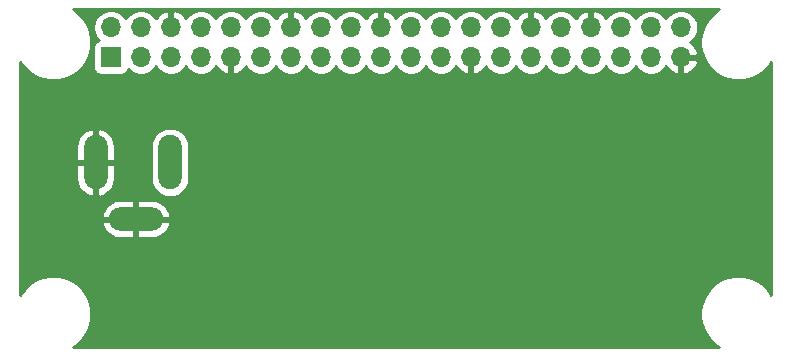
<source format=gbl>
G04 #@! TF.GenerationSoftware,KiCad,Pcbnew,(5.1.10)-1*
G04 #@! TF.CreationDate,2021-09-06T14:57:21-05:00*
G04 #@! TF.ProjectId,RGBHat,52474248-6174-42e6-9b69-6361645f7063,1.0*
G04 #@! TF.SameCoordinates,Original*
G04 #@! TF.FileFunction,Copper,L2,Bot*
G04 #@! TF.FilePolarity,Positive*
%FSLAX46Y46*%
G04 Gerber Fmt 4.6, Leading zero omitted, Abs format (unit mm)*
G04 Created by KiCad (PCBNEW (5.1.10)-1) date 2021-09-06 14:57:21*
%MOMM*%
%LPD*%
G01*
G04 APERTURE LIST*
G04 #@! TA.AperFunction,ComponentPad*
%ADD10O,4.600000X2.000000*%
G04 #@! TD*
G04 #@! TA.AperFunction,ComponentPad*
%ADD11O,2.000000X4.600000*%
G04 #@! TD*
G04 #@! TA.AperFunction,ComponentPad*
%ADD12R,1.700000X1.700000*%
G04 #@! TD*
G04 #@! TA.AperFunction,ComponentPad*
%ADD13O,1.700000X1.700000*%
G04 #@! TD*
G04 #@! TA.AperFunction,Conductor*
%ADD14C,0.254000*%
G04 #@! TD*
G04 #@! TA.AperFunction,Conductor*
%ADD15C,0.100000*%
G04 #@! TD*
G04 APERTURE END LIST*
D10*
X128022000Y-109528000D03*
D11*
X124622000Y-104728000D03*
X130922000Y-104728000D03*
D12*
X125902000Y-95838000D03*
D13*
X125902000Y-93298000D03*
X128442000Y-95838000D03*
X128442000Y-93298000D03*
X130982000Y-95838000D03*
X130982000Y-93298000D03*
X133522000Y-95838000D03*
X133522000Y-93298000D03*
X136062000Y-95838000D03*
X136062000Y-93298000D03*
X138602000Y-95838000D03*
X138602000Y-93298000D03*
X141142000Y-95838000D03*
X141142000Y-93298000D03*
X143682000Y-95838000D03*
X143682000Y-93298000D03*
X146222000Y-95838000D03*
X146222000Y-93298000D03*
X148762000Y-95838000D03*
X148762000Y-93298000D03*
X151302000Y-95838000D03*
X151302000Y-93298000D03*
X153842000Y-95838000D03*
X153842000Y-93298000D03*
X156382000Y-95838000D03*
X156382000Y-93298000D03*
X158922000Y-95838000D03*
X158922000Y-93298000D03*
X161462000Y-95838000D03*
X161462000Y-93298000D03*
X164002000Y-95838000D03*
X164002000Y-93298000D03*
X166542000Y-95838000D03*
X166542000Y-93298000D03*
X169082000Y-95838000D03*
X169082000Y-93298000D03*
X171622000Y-95838000D03*
X171622000Y-93298000D03*
X174162000Y-95838000D03*
X174162000Y-93298000D03*
D14*
X176974907Y-92061425D02*
X176525425Y-92510907D01*
X176172270Y-93039442D01*
X175929012Y-93626719D01*
X175805000Y-94250168D01*
X175805000Y-94885832D01*
X175929012Y-95509281D01*
X176172270Y-96096558D01*
X176525425Y-96625093D01*
X176974907Y-97074575D01*
X177503442Y-97427730D01*
X178090719Y-97670988D01*
X178714168Y-97795000D01*
X179349832Y-97795000D01*
X179973281Y-97670988D01*
X180560558Y-97427730D01*
X181089093Y-97074575D01*
X181538575Y-96625093D01*
X181822000Y-96200916D01*
X181822001Y-115935085D01*
X181538575Y-115510907D01*
X181089093Y-115061425D01*
X180560558Y-114708270D01*
X179973281Y-114465012D01*
X179349832Y-114341000D01*
X178714168Y-114341000D01*
X178090719Y-114465012D01*
X177503442Y-114708270D01*
X176974907Y-115061425D01*
X176525425Y-115510907D01*
X176172270Y-116039442D01*
X175929012Y-116626719D01*
X175805000Y-117250168D01*
X175805000Y-117885832D01*
X175929012Y-118509281D01*
X176172270Y-119096558D01*
X176525425Y-119625093D01*
X176974907Y-120074575D01*
X177399083Y-120358000D01*
X122664917Y-120358000D01*
X123089093Y-120074575D01*
X123538575Y-119625093D01*
X123891730Y-119096558D01*
X124134988Y-118509281D01*
X124259000Y-117885832D01*
X124259000Y-117250168D01*
X124134988Y-116626719D01*
X123891730Y-116039442D01*
X123538575Y-115510907D01*
X123089093Y-115061425D01*
X122560558Y-114708270D01*
X121973281Y-114465012D01*
X121349832Y-114341000D01*
X120714168Y-114341000D01*
X120090719Y-114465012D01*
X119503442Y-114708270D01*
X118974907Y-115061425D01*
X118525425Y-115510907D01*
X118242000Y-115935083D01*
X118242000Y-109908434D01*
X125131876Y-109908434D01*
X125162856Y-110036355D01*
X125291990Y-110330761D01*
X125476078Y-110594317D01*
X125708046Y-110816895D01*
X125978980Y-110989942D01*
X126278468Y-111106807D01*
X126595000Y-111163000D01*
X127895000Y-111163000D01*
X127895000Y-109655000D01*
X128149000Y-109655000D01*
X128149000Y-111163000D01*
X129449000Y-111163000D01*
X129765532Y-111106807D01*
X130065020Y-110989942D01*
X130335954Y-110816895D01*
X130567922Y-110594317D01*
X130752010Y-110330761D01*
X130881144Y-110036355D01*
X130912124Y-109908434D01*
X130792777Y-109655000D01*
X128149000Y-109655000D01*
X127895000Y-109655000D01*
X125251223Y-109655000D01*
X125131876Y-109908434D01*
X118242000Y-109908434D01*
X118242000Y-109147566D01*
X125131876Y-109147566D01*
X125251223Y-109401000D01*
X127895000Y-109401000D01*
X127895000Y-107893000D01*
X128149000Y-107893000D01*
X128149000Y-109401000D01*
X130792777Y-109401000D01*
X130912124Y-109147566D01*
X130881144Y-109019645D01*
X130752010Y-108725239D01*
X130567922Y-108461683D01*
X130335954Y-108239105D01*
X130065020Y-108066058D01*
X129765532Y-107949193D01*
X129449000Y-107893000D01*
X128149000Y-107893000D01*
X127895000Y-107893000D01*
X126595000Y-107893000D01*
X126278468Y-107949193D01*
X125978980Y-108066058D01*
X125708046Y-108239105D01*
X125476078Y-108461683D01*
X125291990Y-108725239D01*
X125162856Y-109019645D01*
X125131876Y-109147566D01*
X118242000Y-109147566D01*
X118242000Y-104855000D01*
X122987000Y-104855000D01*
X122987000Y-106155000D01*
X123043193Y-106471532D01*
X123160058Y-106771020D01*
X123333105Y-107041954D01*
X123555683Y-107273922D01*
X123819239Y-107458010D01*
X124113645Y-107587144D01*
X124241566Y-107618124D01*
X124495000Y-107498777D01*
X124495000Y-104855000D01*
X124749000Y-104855000D01*
X124749000Y-107498777D01*
X125002434Y-107618124D01*
X125130355Y-107587144D01*
X125424761Y-107458010D01*
X125688317Y-107273922D01*
X125910895Y-107041954D01*
X126083942Y-106771020D01*
X126200807Y-106471532D01*
X126257000Y-106155000D01*
X126257000Y-106108321D01*
X129287000Y-106108321D01*
X129310657Y-106348515D01*
X129404148Y-106656714D01*
X129555969Y-106940751D01*
X129760286Y-107189714D01*
X130009248Y-107394031D01*
X130293285Y-107545852D01*
X130601484Y-107639343D01*
X130922000Y-107670911D01*
X131242515Y-107639343D01*
X131550714Y-107545852D01*
X131834751Y-107394031D01*
X132083714Y-107189714D01*
X132288031Y-106940752D01*
X132439852Y-106656715D01*
X132533343Y-106348516D01*
X132557000Y-106108322D01*
X132557000Y-103347678D01*
X132533343Y-103107484D01*
X132439852Y-102799285D01*
X132288031Y-102515248D01*
X132083714Y-102266286D01*
X131834752Y-102061969D01*
X131550715Y-101910148D01*
X131242516Y-101816657D01*
X130922000Y-101785089D01*
X130601485Y-101816657D01*
X130293286Y-101910148D01*
X130009249Y-102061969D01*
X129760287Y-102266286D01*
X129555970Y-102515248D01*
X129404149Y-102799285D01*
X129310658Y-103107484D01*
X129287001Y-103347678D01*
X129287000Y-106108321D01*
X126257000Y-106108321D01*
X126257000Y-104855000D01*
X124749000Y-104855000D01*
X124495000Y-104855000D01*
X122987000Y-104855000D01*
X118242000Y-104855000D01*
X118242000Y-103301000D01*
X122987000Y-103301000D01*
X122987000Y-104601000D01*
X124495000Y-104601000D01*
X124495000Y-101957223D01*
X124749000Y-101957223D01*
X124749000Y-104601000D01*
X126257000Y-104601000D01*
X126257000Y-103301000D01*
X126200807Y-102984468D01*
X126083942Y-102684980D01*
X125910895Y-102414046D01*
X125688317Y-102182078D01*
X125424761Y-101997990D01*
X125130355Y-101868856D01*
X125002434Y-101837876D01*
X124749000Y-101957223D01*
X124495000Y-101957223D01*
X124241566Y-101837876D01*
X124113645Y-101868856D01*
X123819239Y-101997990D01*
X123555683Y-102182078D01*
X123333105Y-102414046D01*
X123160058Y-102684980D01*
X123043193Y-102984468D01*
X122987000Y-103301000D01*
X118242000Y-103301000D01*
X118242000Y-96200917D01*
X118525425Y-96625093D01*
X118974907Y-97074575D01*
X119503442Y-97427730D01*
X120090719Y-97670988D01*
X120714168Y-97795000D01*
X121349832Y-97795000D01*
X121973281Y-97670988D01*
X122560558Y-97427730D01*
X123089093Y-97074575D01*
X123538575Y-96625093D01*
X123891730Y-96096558D01*
X124134988Y-95509281D01*
X124238677Y-94988000D01*
X124413928Y-94988000D01*
X124413928Y-96688000D01*
X124426188Y-96812482D01*
X124462498Y-96932180D01*
X124521463Y-97042494D01*
X124600815Y-97139185D01*
X124697506Y-97218537D01*
X124807820Y-97277502D01*
X124927518Y-97313812D01*
X125052000Y-97326072D01*
X126752000Y-97326072D01*
X126876482Y-97313812D01*
X126996180Y-97277502D01*
X127106494Y-97218537D01*
X127203185Y-97139185D01*
X127282537Y-97042494D01*
X127341502Y-96932180D01*
X127363513Y-96859620D01*
X127495368Y-96991475D01*
X127738589Y-97153990D01*
X128008842Y-97265932D01*
X128295740Y-97323000D01*
X128588260Y-97323000D01*
X128875158Y-97265932D01*
X129145411Y-97153990D01*
X129388632Y-96991475D01*
X129595475Y-96784632D01*
X129712000Y-96610240D01*
X129828525Y-96784632D01*
X130035368Y-96991475D01*
X130278589Y-97153990D01*
X130548842Y-97265932D01*
X130835740Y-97323000D01*
X131128260Y-97323000D01*
X131415158Y-97265932D01*
X131685411Y-97153990D01*
X131928632Y-96991475D01*
X132135475Y-96784632D01*
X132252000Y-96610240D01*
X132368525Y-96784632D01*
X132575368Y-96991475D01*
X132818589Y-97153990D01*
X133088842Y-97265932D01*
X133375740Y-97323000D01*
X133668260Y-97323000D01*
X133955158Y-97265932D01*
X134225411Y-97153990D01*
X134468632Y-96991475D01*
X134675475Y-96784632D01*
X134797195Y-96602466D01*
X134866822Y-96719355D01*
X135061731Y-96935588D01*
X135295080Y-97109641D01*
X135557901Y-97234825D01*
X135705110Y-97279476D01*
X135935000Y-97158155D01*
X135935000Y-95965000D01*
X135915000Y-95965000D01*
X135915000Y-95711000D01*
X135935000Y-95711000D01*
X135935000Y-95691000D01*
X136189000Y-95691000D01*
X136189000Y-95711000D01*
X136209000Y-95711000D01*
X136209000Y-95965000D01*
X136189000Y-95965000D01*
X136189000Y-97158155D01*
X136418890Y-97279476D01*
X136566099Y-97234825D01*
X136828920Y-97109641D01*
X137062269Y-96935588D01*
X137257178Y-96719355D01*
X137326805Y-96602466D01*
X137448525Y-96784632D01*
X137655368Y-96991475D01*
X137898589Y-97153990D01*
X138168842Y-97265932D01*
X138455740Y-97323000D01*
X138748260Y-97323000D01*
X139035158Y-97265932D01*
X139305411Y-97153990D01*
X139548632Y-96991475D01*
X139755475Y-96784632D01*
X139872000Y-96610240D01*
X139988525Y-96784632D01*
X140195368Y-96991475D01*
X140438589Y-97153990D01*
X140708842Y-97265932D01*
X140995740Y-97323000D01*
X141288260Y-97323000D01*
X141575158Y-97265932D01*
X141845411Y-97153990D01*
X142088632Y-96991475D01*
X142295475Y-96784632D01*
X142412000Y-96610240D01*
X142528525Y-96784632D01*
X142735368Y-96991475D01*
X142978589Y-97153990D01*
X143248842Y-97265932D01*
X143535740Y-97323000D01*
X143828260Y-97323000D01*
X144115158Y-97265932D01*
X144385411Y-97153990D01*
X144628632Y-96991475D01*
X144835475Y-96784632D01*
X144952000Y-96610240D01*
X145068525Y-96784632D01*
X145275368Y-96991475D01*
X145518589Y-97153990D01*
X145788842Y-97265932D01*
X146075740Y-97323000D01*
X146368260Y-97323000D01*
X146655158Y-97265932D01*
X146925411Y-97153990D01*
X147168632Y-96991475D01*
X147375475Y-96784632D01*
X147492000Y-96610240D01*
X147608525Y-96784632D01*
X147815368Y-96991475D01*
X148058589Y-97153990D01*
X148328842Y-97265932D01*
X148615740Y-97323000D01*
X148908260Y-97323000D01*
X149195158Y-97265932D01*
X149465411Y-97153990D01*
X149708632Y-96991475D01*
X149915475Y-96784632D01*
X150032000Y-96610240D01*
X150148525Y-96784632D01*
X150355368Y-96991475D01*
X150598589Y-97153990D01*
X150868842Y-97265932D01*
X151155740Y-97323000D01*
X151448260Y-97323000D01*
X151735158Y-97265932D01*
X152005411Y-97153990D01*
X152248632Y-96991475D01*
X152455475Y-96784632D01*
X152572000Y-96610240D01*
X152688525Y-96784632D01*
X152895368Y-96991475D01*
X153138589Y-97153990D01*
X153408842Y-97265932D01*
X153695740Y-97323000D01*
X153988260Y-97323000D01*
X154275158Y-97265932D01*
X154545411Y-97153990D01*
X154788632Y-96991475D01*
X154995475Y-96784632D01*
X155117195Y-96602466D01*
X155186822Y-96719355D01*
X155381731Y-96935588D01*
X155615080Y-97109641D01*
X155877901Y-97234825D01*
X156025110Y-97279476D01*
X156255000Y-97158155D01*
X156255000Y-95965000D01*
X156235000Y-95965000D01*
X156235000Y-95711000D01*
X156255000Y-95711000D01*
X156255000Y-95691000D01*
X156509000Y-95691000D01*
X156509000Y-95711000D01*
X156529000Y-95711000D01*
X156529000Y-95965000D01*
X156509000Y-95965000D01*
X156509000Y-97158155D01*
X156738890Y-97279476D01*
X156886099Y-97234825D01*
X157148920Y-97109641D01*
X157382269Y-96935588D01*
X157577178Y-96719355D01*
X157646805Y-96602466D01*
X157768525Y-96784632D01*
X157975368Y-96991475D01*
X158218589Y-97153990D01*
X158488842Y-97265932D01*
X158775740Y-97323000D01*
X159068260Y-97323000D01*
X159355158Y-97265932D01*
X159625411Y-97153990D01*
X159868632Y-96991475D01*
X160075475Y-96784632D01*
X160192000Y-96610240D01*
X160308525Y-96784632D01*
X160515368Y-96991475D01*
X160758589Y-97153990D01*
X161028842Y-97265932D01*
X161315740Y-97323000D01*
X161608260Y-97323000D01*
X161895158Y-97265932D01*
X162165411Y-97153990D01*
X162408632Y-96991475D01*
X162615475Y-96784632D01*
X162732000Y-96610240D01*
X162848525Y-96784632D01*
X163055368Y-96991475D01*
X163298589Y-97153990D01*
X163568842Y-97265932D01*
X163855740Y-97323000D01*
X164148260Y-97323000D01*
X164435158Y-97265932D01*
X164705411Y-97153990D01*
X164948632Y-96991475D01*
X165155475Y-96784632D01*
X165272000Y-96610240D01*
X165388525Y-96784632D01*
X165595368Y-96991475D01*
X165838589Y-97153990D01*
X166108842Y-97265932D01*
X166395740Y-97323000D01*
X166688260Y-97323000D01*
X166975158Y-97265932D01*
X167245411Y-97153990D01*
X167488632Y-96991475D01*
X167695475Y-96784632D01*
X167812000Y-96610240D01*
X167928525Y-96784632D01*
X168135368Y-96991475D01*
X168378589Y-97153990D01*
X168648842Y-97265932D01*
X168935740Y-97323000D01*
X169228260Y-97323000D01*
X169515158Y-97265932D01*
X169785411Y-97153990D01*
X170028632Y-96991475D01*
X170235475Y-96784632D01*
X170352000Y-96610240D01*
X170468525Y-96784632D01*
X170675368Y-96991475D01*
X170918589Y-97153990D01*
X171188842Y-97265932D01*
X171475740Y-97323000D01*
X171768260Y-97323000D01*
X172055158Y-97265932D01*
X172325411Y-97153990D01*
X172568632Y-96991475D01*
X172775475Y-96784632D01*
X172897195Y-96602466D01*
X172966822Y-96719355D01*
X173161731Y-96935588D01*
X173395080Y-97109641D01*
X173657901Y-97234825D01*
X173805110Y-97279476D01*
X174035000Y-97158155D01*
X174035000Y-95965000D01*
X174289000Y-95965000D01*
X174289000Y-97158155D01*
X174518890Y-97279476D01*
X174666099Y-97234825D01*
X174928920Y-97109641D01*
X175162269Y-96935588D01*
X175357178Y-96719355D01*
X175506157Y-96469252D01*
X175603481Y-96194891D01*
X175482814Y-95965000D01*
X174289000Y-95965000D01*
X174035000Y-95965000D01*
X174015000Y-95965000D01*
X174015000Y-95711000D01*
X174035000Y-95711000D01*
X174035000Y-95691000D01*
X174289000Y-95691000D01*
X174289000Y-95711000D01*
X175482814Y-95711000D01*
X175603481Y-95481109D01*
X175506157Y-95206748D01*
X175357178Y-94956645D01*
X175162269Y-94740412D01*
X174932594Y-94569100D01*
X175108632Y-94451475D01*
X175315475Y-94244632D01*
X175477990Y-94001411D01*
X175589932Y-93731158D01*
X175647000Y-93444260D01*
X175647000Y-93151740D01*
X175589932Y-92864842D01*
X175477990Y-92594589D01*
X175315475Y-92351368D01*
X175108632Y-92144525D01*
X174865411Y-91982010D01*
X174595158Y-91870068D01*
X174308260Y-91813000D01*
X174015740Y-91813000D01*
X173728842Y-91870068D01*
X173458589Y-91982010D01*
X173215368Y-92144525D01*
X173008525Y-92351368D01*
X172892000Y-92525760D01*
X172775475Y-92351368D01*
X172568632Y-92144525D01*
X172325411Y-91982010D01*
X172055158Y-91870068D01*
X171768260Y-91813000D01*
X171475740Y-91813000D01*
X171188842Y-91870068D01*
X170918589Y-91982010D01*
X170675368Y-92144525D01*
X170468525Y-92351368D01*
X170352000Y-92525760D01*
X170235475Y-92351368D01*
X170028632Y-92144525D01*
X169785411Y-91982010D01*
X169515158Y-91870068D01*
X169228260Y-91813000D01*
X168935740Y-91813000D01*
X168648842Y-91870068D01*
X168378589Y-91982010D01*
X168135368Y-92144525D01*
X167928525Y-92351368D01*
X167806805Y-92533534D01*
X167737178Y-92416645D01*
X167542269Y-92200412D01*
X167308920Y-92026359D01*
X167046099Y-91901175D01*
X166898890Y-91856524D01*
X166669000Y-91977845D01*
X166669000Y-93171000D01*
X166689000Y-93171000D01*
X166689000Y-93425000D01*
X166669000Y-93425000D01*
X166669000Y-93445000D01*
X166415000Y-93445000D01*
X166415000Y-93425000D01*
X166395000Y-93425000D01*
X166395000Y-93171000D01*
X166415000Y-93171000D01*
X166415000Y-91977845D01*
X166185110Y-91856524D01*
X166037901Y-91901175D01*
X165775080Y-92026359D01*
X165541731Y-92200412D01*
X165346822Y-92416645D01*
X165277195Y-92533534D01*
X165155475Y-92351368D01*
X164948632Y-92144525D01*
X164705411Y-91982010D01*
X164435158Y-91870068D01*
X164148260Y-91813000D01*
X163855740Y-91813000D01*
X163568842Y-91870068D01*
X163298589Y-91982010D01*
X163055368Y-92144525D01*
X162848525Y-92351368D01*
X162726805Y-92533534D01*
X162657178Y-92416645D01*
X162462269Y-92200412D01*
X162228920Y-92026359D01*
X161966099Y-91901175D01*
X161818890Y-91856524D01*
X161589000Y-91977845D01*
X161589000Y-93171000D01*
X161609000Y-93171000D01*
X161609000Y-93425000D01*
X161589000Y-93425000D01*
X161589000Y-93445000D01*
X161335000Y-93445000D01*
X161335000Y-93425000D01*
X161315000Y-93425000D01*
X161315000Y-93171000D01*
X161335000Y-93171000D01*
X161335000Y-91977845D01*
X161105110Y-91856524D01*
X160957901Y-91901175D01*
X160695080Y-92026359D01*
X160461731Y-92200412D01*
X160266822Y-92416645D01*
X160197195Y-92533534D01*
X160075475Y-92351368D01*
X159868632Y-92144525D01*
X159625411Y-91982010D01*
X159355158Y-91870068D01*
X159068260Y-91813000D01*
X158775740Y-91813000D01*
X158488842Y-91870068D01*
X158218589Y-91982010D01*
X157975368Y-92144525D01*
X157768525Y-92351368D01*
X157652000Y-92525760D01*
X157535475Y-92351368D01*
X157328632Y-92144525D01*
X157085411Y-91982010D01*
X156815158Y-91870068D01*
X156528260Y-91813000D01*
X156235740Y-91813000D01*
X155948842Y-91870068D01*
X155678589Y-91982010D01*
X155435368Y-92144525D01*
X155228525Y-92351368D01*
X155112000Y-92525760D01*
X154995475Y-92351368D01*
X154788632Y-92144525D01*
X154545411Y-91982010D01*
X154275158Y-91870068D01*
X153988260Y-91813000D01*
X153695740Y-91813000D01*
X153408842Y-91870068D01*
X153138589Y-91982010D01*
X152895368Y-92144525D01*
X152688525Y-92351368D01*
X152572000Y-92525760D01*
X152455475Y-92351368D01*
X152248632Y-92144525D01*
X152005411Y-91982010D01*
X151735158Y-91870068D01*
X151448260Y-91813000D01*
X151155740Y-91813000D01*
X150868842Y-91870068D01*
X150598589Y-91982010D01*
X150355368Y-92144525D01*
X150148525Y-92351368D01*
X150026805Y-92533534D01*
X149957178Y-92416645D01*
X149762269Y-92200412D01*
X149528920Y-92026359D01*
X149266099Y-91901175D01*
X149118890Y-91856524D01*
X148889000Y-91977845D01*
X148889000Y-93171000D01*
X148909000Y-93171000D01*
X148909000Y-93425000D01*
X148889000Y-93425000D01*
X148889000Y-93445000D01*
X148635000Y-93445000D01*
X148635000Y-93425000D01*
X148615000Y-93425000D01*
X148615000Y-93171000D01*
X148635000Y-93171000D01*
X148635000Y-91977845D01*
X148405110Y-91856524D01*
X148257901Y-91901175D01*
X147995080Y-92026359D01*
X147761731Y-92200412D01*
X147566822Y-92416645D01*
X147497195Y-92533534D01*
X147375475Y-92351368D01*
X147168632Y-92144525D01*
X146925411Y-91982010D01*
X146655158Y-91870068D01*
X146368260Y-91813000D01*
X146075740Y-91813000D01*
X145788842Y-91870068D01*
X145518589Y-91982010D01*
X145275368Y-92144525D01*
X145068525Y-92351368D01*
X144952000Y-92525760D01*
X144835475Y-92351368D01*
X144628632Y-92144525D01*
X144385411Y-91982010D01*
X144115158Y-91870068D01*
X143828260Y-91813000D01*
X143535740Y-91813000D01*
X143248842Y-91870068D01*
X142978589Y-91982010D01*
X142735368Y-92144525D01*
X142528525Y-92351368D01*
X142406805Y-92533534D01*
X142337178Y-92416645D01*
X142142269Y-92200412D01*
X141908920Y-92026359D01*
X141646099Y-91901175D01*
X141498890Y-91856524D01*
X141269000Y-91977845D01*
X141269000Y-93171000D01*
X141289000Y-93171000D01*
X141289000Y-93425000D01*
X141269000Y-93425000D01*
X141269000Y-93445000D01*
X141015000Y-93445000D01*
X141015000Y-93425000D01*
X140995000Y-93425000D01*
X140995000Y-93171000D01*
X141015000Y-93171000D01*
X141015000Y-91977845D01*
X140785110Y-91856524D01*
X140637901Y-91901175D01*
X140375080Y-92026359D01*
X140141731Y-92200412D01*
X139946822Y-92416645D01*
X139877195Y-92533534D01*
X139755475Y-92351368D01*
X139548632Y-92144525D01*
X139305411Y-91982010D01*
X139035158Y-91870068D01*
X138748260Y-91813000D01*
X138455740Y-91813000D01*
X138168842Y-91870068D01*
X137898589Y-91982010D01*
X137655368Y-92144525D01*
X137448525Y-92351368D01*
X137332000Y-92525760D01*
X137215475Y-92351368D01*
X137008632Y-92144525D01*
X136765411Y-91982010D01*
X136495158Y-91870068D01*
X136208260Y-91813000D01*
X135915740Y-91813000D01*
X135628842Y-91870068D01*
X135358589Y-91982010D01*
X135115368Y-92144525D01*
X134908525Y-92351368D01*
X134792000Y-92525760D01*
X134675475Y-92351368D01*
X134468632Y-92144525D01*
X134225411Y-91982010D01*
X133955158Y-91870068D01*
X133668260Y-91813000D01*
X133375740Y-91813000D01*
X133088842Y-91870068D01*
X132818589Y-91982010D01*
X132575368Y-92144525D01*
X132368525Y-92351368D01*
X132246805Y-92533534D01*
X132177178Y-92416645D01*
X131982269Y-92200412D01*
X131748920Y-92026359D01*
X131486099Y-91901175D01*
X131338890Y-91856524D01*
X131109000Y-91977845D01*
X131109000Y-93171000D01*
X131129000Y-93171000D01*
X131129000Y-93425000D01*
X131109000Y-93425000D01*
X131109000Y-93445000D01*
X130855000Y-93445000D01*
X130855000Y-93425000D01*
X130835000Y-93425000D01*
X130835000Y-93171000D01*
X130855000Y-93171000D01*
X130855000Y-91977845D01*
X130625110Y-91856524D01*
X130477901Y-91901175D01*
X130215080Y-92026359D01*
X129981731Y-92200412D01*
X129786822Y-92416645D01*
X129717195Y-92533534D01*
X129595475Y-92351368D01*
X129388632Y-92144525D01*
X129145411Y-91982010D01*
X128875158Y-91870068D01*
X128588260Y-91813000D01*
X128295740Y-91813000D01*
X128008842Y-91870068D01*
X127738589Y-91982010D01*
X127495368Y-92144525D01*
X127288525Y-92351368D01*
X127172000Y-92525760D01*
X127055475Y-92351368D01*
X126848632Y-92144525D01*
X126605411Y-91982010D01*
X126335158Y-91870068D01*
X126048260Y-91813000D01*
X125755740Y-91813000D01*
X125468842Y-91870068D01*
X125198589Y-91982010D01*
X124955368Y-92144525D01*
X124748525Y-92351368D01*
X124586010Y-92594589D01*
X124474068Y-92864842D01*
X124417000Y-93151740D01*
X124417000Y-93444260D01*
X124474068Y-93731158D01*
X124586010Y-94001411D01*
X124748525Y-94244632D01*
X124880380Y-94376487D01*
X124807820Y-94398498D01*
X124697506Y-94457463D01*
X124600815Y-94536815D01*
X124521463Y-94633506D01*
X124462498Y-94743820D01*
X124426188Y-94863518D01*
X124413928Y-94988000D01*
X124238677Y-94988000D01*
X124259000Y-94885832D01*
X124259000Y-94250168D01*
X124134988Y-93626719D01*
X123891730Y-93039442D01*
X123538575Y-92510907D01*
X123089093Y-92061425D01*
X122664917Y-91778000D01*
X177399083Y-91778000D01*
X176974907Y-92061425D01*
G04 #@! TA.AperFunction,Conductor*
D15*
G36*
X176974907Y-92061425D02*
G01*
X176525425Y-92510907D01*
X176172270Y-93039442D01*
X175929012Y-93626719D01*
X175805000Y-94250168D01*
X175805000Y-94885832D01*
X175929012Y-95509281D01*
X176172270Y-96096558D01*
X176525425Y-96625093D01*
X176974907Y-97074575D01*
X177503442Y-97427730D01*
X178090719Y-97670988D01*
X178714168Y-97795000D01*
X179349832Y-97795000D01*
X179973281Y-97670988D01*
X180560558Y-97427730D01*
X181089093Y-97074575D01*
X181538575Y-96625093D01*
X181822000Y-96200916D01*
X181822001Y-115935085D01*
X181538575Y-115510907D01*
X181089093Y-115061425D01*
X180560558Y-114708270D01*
X179973281Y-114465012D01*
X179349832Y-114341000D01*
X178714168Y-114341000D01*
X178090719Y-114465012D01*
X177503442Y-114708270D01*
X176974907Y-115061425D01*
X176525425Y-115510907D01*
X176172270Y-116039442D01*
X175929012Y-116626719D01*
X175805000Y-117250168D01*
X175805000Y-117885832D01*
X175929012Y-118509281D01*
X176172270Y-119096558D01*
X176525425Y-119625093D01*
X176974907Y-120074575D01*
X177399083Y-120358000D01*
X122664917Y-120358000D01*
X123089093Y-120074575D01*
X123538575Y-119625093D01*
X123891730Y-119096558D01*
X124134988Y-118509281D01*
X124259000Y-117885832D01*
X124259000Y-117250168D01*
X124134988Y-116626719D01*
X123891730Y-116039442D01*
X123538575Y-115510907D01*
X123089093Y-115061425D01*
X122560558Y-114708270D01*
X121973281Y-114465012D01*
X121349832Y-114341000D01*
X120714168Y-114341000D01*
X120090719Y-114465012D01*
X119503442Y-114708270D01*
X118974907Y-115061425D01*
X118525425Y-115510907D01*
X118242000Y-115935083D01*
X118242000Y-109908434D01*
X125131876Y-109908434D01*
X125162856Y-110036355D01*
X125291990Y-110330761D01*
X125476078Y-110594317D01*
X125708046Y-110816895D01*
X125978980Y-110989942D01*
X126278468Y-111106807D01*
X126595000Y-111163000D01*
X127895000Y-111163000D01*
X127895000Y-109655000D01*
X128149000Y-109655000D01*
X128149000Y-111163000D01*
X129449000Y-111163000D01*
X129765532Y-111106807D01*
X130065020Y-110989942D01*
X130335954Y-110816895D01*
X130567922Y-110594317D01*
X130752010Y-110330761D01*
X130881144Y-110036355D01*
X130912124Y-109908434D01*
X130792777Y-109655000D01*
X128149000Y-109655000D01*
X127895000Y-109655000D01*
X125251223Y-109655000D01*
X125131876Y-109908434D01*
X118242000Y-109908434D01*
X118242000Y-109147566D01*
X125131876Y-109147566D01*
X125251223Y-109401000D01*
X127895000Y-109401000D01*
X127895000Y-107893000D01*
X128149000Y-107893000D01*
X128149000Y-109401000D01*
X130792777Y-109401000D01*
X130912124Y-109147566D01*
X130881144Y-109019645D01*
X130752010Y-108725239D01*
X130567922Y-108461683D01*
X130335954Y-108239105D01*
X130065020Y-108066058D01*
X129765532Y-107949193D01*
X129449000Y-107893000D01*
X128149000Y-107893000D01*
X127895000Y-107893000D01*
X126595000Y-107893000D01*
X126278468Y-107949193D01*
X125978980Y-108066058D01*
X125708046Y-108239105D01*
X125476078Y-108461683D01*
X125291990Y-108725239D01*
X125162856Y-109019645D01*
X125131876Y-109147566D01*
X118242000Y-109147566D01*
X118242000Y-104855000D01*
X122987000Y-104855000D01*
X122987000Y-106155000D01*
X123043193Y-106471532D01*
X123160058Y-106771020D01*
X123333105Y-107041954D01*
X123555683Y-107273922D01*
X123819239Y-107458010D01*
X124113645Y-107587144D01*
X124241566Y-107618124D01*
X124495000Y-107498777D01*
X124495000Y-104855000D01*
X124749000Y-104855000D01*
X124749000Y-107498777D01*
X125002434Y-107618124D01*
X125130355Y-107587144D01*
X125424761Y-107458010D01*
X125688317Y-107273922D01*
X125910895Y-107041954D01*
X126083942Y-106771020D01*
X126200807Y-106471532D01*
X126257000Y-106155000D01*
X126257000Y-106108321D01*
X129287000Y-106108321D01*
X129310657Y-106348515D01*
X129404148Y-106656714D01*
X129555969Y-106940751D01*
X129760286Y-107189714D01*
X130009248Y-107394031D01*
X130293285Y-107545852D01*
X130601484Y-107639343D01*
X130922000Y-107670911D01*
X131242515Y-107639343D01*
X131550714Y-107545852D01*
X131834751Y-107394031D01*
X132083714Y-107189714D01*
X132288031Y-106940752D01*
X132439852Y-106656715D01*
X132533343Y-106348516D01*
X132557000Y-106108322D01*
X132557000Y-103347678D01*
X132533343Y-103107484D01*
X132439852Y-102799285D01*
X132288031Y-102515248D01*
X132083714Y-102266286D01*
X131834752Y-102061969D01*
X131550715Y-101910148D01*
X131242516Y-101816657D01*
X130922000Y-101785089D01*
X130601485Y-101816657D01*
X130293286Y-101910148D01*
X130009249Y-102061969D01*
X129760287Y-102266286D01*
X129555970Y-102515248D01*
X129404149Y-102799285D01*
X129310658Y-103107484D01*
X129287001Y-103347678D01*
X129287000Y-106108321D01*
X126257000Y-106108321D01*
X126257000Y-104855000D01*
X124749000Y-104855000D01*
X124495000Y-104855000D01*
X122987000Y-104855000D01*
X118242000Y-104855000D01*
X118242000Y-103301000D01*
X122987000Y-103301000D01*
X122987000Y-104601000D01*
X124495000Y-104601000D01*
X124495000Y-101957223D01*
X124749000Y-101957223D01*
X124749000Y-104601000D01*
X126257000Y-104601000D01*
X126257000Y-103301000D01*
X126200807Y-102984468D01*
X126083942Y-102684980D01*
X125910895Y-102414046D01*
X125688317Y-102182078D01*
X125424761Y-101997990D01*
X125130355Y-101868856D01*
X125002434Y-101837876D01*
X124749000Y-101957223D01*
X124495000Y-101957223D01*
X124241566Y-101837876D01*
X124113645Y-101868856D01*
X123819239Y-101997990D01*
X123555683Y-102182078D01*
X123333105Y-102414046D01*
X123160058Y-102684980D01*
X123043193Y-102984468D01*
X122987000Y-103301000D01*
X118242000Y-103301000D01*
X118242000Y-96200917D01*
X118525425Y-96625093D01*
X118974907Y-97074575D01*
X119503442Y-97427730D01*
X120090719Y-97670988D01*
X120714168Y-97795000D01*
X121349832Y-97795000D01*
X121973281Y-97670988D01*
X122560558Y-97427730D01*
X123089093Y-97074575D01*
X123538575Y-96625093D01*
X123891730Y-96096558D01*
X124134988Y-95509281D01*
X124238677Y-94988000D01*
X124413928Y-94988000D01*
X124413928Y-96688000D01*
X124426188Y-96812482D01*
X124462498Y-96932180D01*
X124521463Y-97042494D01*
X124600815Y-97139185D01*
X124697506Y-97218537D01*
X124807820Y-97277502D01*
X124927518Y-97313812D01*
X125052000Y-97326072D01*
X126752000Y-97326072D01*
X126876482Y-97313812D01*
X126996180Y-97277502D01*
X127106494Y-97218537D01*
X127203185Y-97139185D01*
X127282537Y-97042494D01*
X127341502Y-96932180D01*
X127363513Y-96859620D01*
X127495368Y-96991475D01*
X127738589Y-97153990D01*
X128008842Y-97265932D01*
X128295740Y-97323000D01*
X128588260Y-97323000D01*
X128875158Y-97265932D01*
X129145411Y-97153990D01*
X129388632Y-96991475D01*
X129595475Y-96784632D01*
X129712000Y-96610240D01*
X129828525Y-96784632D01*
X130035368Y-96991475D01*
X130278589Y-97153990D01*
X130548842Y-97265932D01*
X130835740Y-97323000D01*
X131128260Y-97323000D01*
X131415158Y-97265932D01*
X131685411Y-97153990D01*
X131928632Y-96991475D01*
X132135475Y-96784632D01*
X132252000Y-96610240D01*
X132368525Y-96784632D01*
X132575368Y-96991475D01*
X132818589Y-97153990D01*
X133088842Y-97265932D01*
X133375740Y-97323000D01*
X133668260Y-97323000D01*
X133955158Y-97265932D01*
X134225411Y-97153990D01*
X134468632Y-96991475D01*
X134675475Y-96784632D01*
X134797195Y-96602466D01*
X134866822Y-96719355D01*
X135061731Y-96935588D01*
X135295080Y-97109641D01*
X135557901Y-97234825D01*
X135705110Y-97279476D01*
X135935000Y-97158155D01*
X135935000Y-95965000D01*
X135915000Y-95965000D01*
X135915000Y-95711000D01*
X135935000Y-95711000D01*
X135935000Y-95691000D01*
X136189000Y-95691000D01*
X136189000Y-95711000D01*
X136209000Y-95711000D01*
X136209000Y-95965000D01*
X136189000Y-95965000D01*
X136189000Y-97158155D01*
X136418890Y-97279476D01*
X136566099Y-97234825D01*
X136828920Y-97109641D01*
X137062269Y-96935588D01*
X137257178Y-96719355D01*
X137326805Y-96602466D01*
X137448525Y-96784632D01*
X137655368Y-96991475D01*
X137898589Y-97153990D01*
X138168842Y-97265932D01*
X138455740Y-97323000D01*
X138748260Y-97323000D01*
X139035158Y-97265932D01*
X139305411Y-97153990D01*
X139548632Y-96991475D01*
X139755475Y-96784632D01*
X139872000Y-96610240D01*
X139988525Y-96784632D01*
X140195368Y-96991475D01*
X140438589Y-97153990D01*
X140708842Y-97265932D01*
X140995740Y-97323000D01*
X141288260Y-97323000D01*
X141575158Y-97265932D01*
X141845411Y-97153990D01*
X142088632Y-96991475D01*
X142295475Y-96784632D01*
X142412000Y-96610240D01*
X142528525Y-96784632D01*
X142735368Y-96991475D01*
X142978589Y-97153990D01*
X143248842Y-97265932D01*
X143535740Y-97323000D01*
X143828260Y-97323000D01*
X144115158Y-97265932D01*
X144385411Y-97153990D01*
X144628632Y-96991475D01*
X144835475Y-96784632D01*
X144952000Y-96610240D01*
X145068525Y-96784632D01*
X145275368Y-96991475D01*
X145518589Y-97153990D01*
X145788842Y-97265932D01*
X146075740Y-97323000D01*
X146368260Y-97323000D01*
X146655158Y-97265932D01*
X146925411Y-97153990D01*
X147168632Y-96991475D01*
X147375475Y-96784632D01*
X147492000Y-96610240D01*
X147608525Y-96784632D01*
X147815368Y-96991475D01*
X148058589Y-97153990D01*
X148328842Y-97265932D01*
X148615740Y-97323000D01*
X148908260Y-97323000D01*
X149195158Y-97265932D01*
X149465411Y-97153990D01*
X149708632Y-96991475D01*
X149915475Y-96784632D01*
X150032000Y-96610240D01*
X150148525Y-96784632D01*
X150355368Y-96991475D01*
X150598589Y-97153990D01*
X150868842Y-97265932D01*
X151155740Y-97323000D01*
X151448260Y-97323000D01*
X151735158Y-97265932D01*
X152005411Y-97153990D01*
X152248632Y-96991475D01*
X152455475Y-96784632D01*
X152572000Y-96610240D01*
X152688525Y-96784632D01*
X152895368Y-96991475D01*
X153138589Y-97153990D01*
X153408842Y-97265932D01*
X153695740Y-97323000D01*
X153988260Y-97323000D01*
X154275158Y-97265932D01*
X154545411Y-97153990D01*
X154788632Y-96991475D01*
X154995475Y-96784632D01*
X155117195Y-96602466D01*
X155186822Y-96719355D01*
X155381731Y-96935588D01*
X155615080Y-97109641D01*
X155877901Y-97234825D01*
X156025110Y-97279476D01*
X156255000Y-97158155D01*
X156255000Y-95965000D01*
X156235000Y-95965000D01*
X156235000Y-95711000D01*
X156255000Y-95711000D01*
X156255000Y-95691000D01*
X156509000Y-95691000D01*
X156509000Y-95711000D01*
X156529000Y-95711000D01*
X156529000Y-95965000D01*
X156509000Y-95965000D01*
X156509000Y-97158155D01*
X156738890Y-97279476D01*
X156886099Y-97234825D01*
X157148920Y-97109641D01*
X157382269Y-96935588D01*
X157577178Y-96719355D01*
X157646805Y-96602466D01*
X157768525Y-96784632D01*
X157975368Y-96991475D01*
X158218589Y-97153990D01*
X158488842Y-97265932D01*
X158775740Y-97323000D01*
X159068260Y-97323000D01*
X159355158Y-97265932D01*
X159625411Y-97153990D01*
X159868632Y-96991475D01*
X160075475Y-96784632D01*
X160192000Y-96610240D01*
X160308525Y-96784632D01*
X160515368Y-96991475D01*
X160758589Y-97153990D01*
X161028842Y-97265932D01*
X161315740Y-97323000D01*
X161608260Y-97323000D01*
X161895158Y-97265932D01*
X162165411Y-97153990D01*
X162408632Y-96991475D01*
X162615475Y-96784632D01*
X162732000Y-96610240D01*
X162848525Y-96784632D01*
X163055368Y-96991475D01*
X163298589Y-97153990D01*
X163568842Y-97265932D01*
X163855740Y-97323000D01*
X164148260Y-97323000D01*
X164435158Y-97265932D01*
X164705411Y-97153990D01*
X164948632Y-96991475D01*
X165155475Y-96784632D01*
X165272000Y-96610240D01*
X165388525Y-96784632D01*
X165595368Y-96991475D01*
X165838589Y-97153990D01*
X166108842Y-97265932D01*
X166395740Y-97323000D01*
X166688260Y-97323000D01*
X166975158Y-97265932D01*
X167245411Y-97153990D01*
X167488632Y-96991475D01*
X167695475Y-96784632D01*
X167812000Y-96610240D01*
X167928525Y-96784632D01*
X168135368Y-96991475D01*
X168378589Y-97153990D01*
X168648842Y-97265932D01*
X168935740Y-97323000D01*
X169228260Y-97323000D01*
X169515158Y-97265932D01*
X169785411Y-97153990D01*
X170028632Y-96991475D01*
X170235475Y-96784632D01*
X170352000Y-96610240D01*
X170468525Y-96784632D01*
X170675368Y-96991475D01*
X170918589Y-97153990D01*
X171188842Y-97265932D01*
X171475740Y-97323000D01*
X171768260Y-97323000D01*
X172055158Y-97265932D01*
X172325411Y-97153990D01*
X172568632Y-96991475D01*
X172775475Y-96784632D01*
X172897195Y-96602466D01*
X172966822Y-96719355D01*
X173161731Y-96935588D01*
X173395080Y-97109641D01*
X173657901Y-97234825D01*
X173805110Y-97279476D01*
X174035000Y-97158155D01*
X174035000Y-95965000D01*
X174289000Y-95965000D01*
X174289000Y-97158155D01*
X174518890Y-97279476D01*
X174666099Y-97234825D01*
X174928920Y-97109641D01*
X175162269Y-96935588D01*
X175357178Y-96719355D01*
X175506157Y-96469252D01*
X175603481Y-96194891D01*
X175482814Y-95965000D01*
X174289000Y-95965000D01*
X174035000Y-95965000D01*
X174015000Y-95965000D01*
X174015000Y-95711000D01*
X174035000Y-95711000D01*
X174035000Y-95691000D01*
X174289000Y-95691000D01*
X174289000Y-95711000D01*
X175482814Y-95711000D01*
X175603481Y-95481109D01*
X175506157Y-95206748D01*
X175357178Y-94956645D01*
X175162269Y-94740412D01*
X174932594Y-94569100D01*
X175108632Y-94451475D01*
X175315475Y-94244632D01*
X175477990Y-94001411D01*
X175589932Y-93731158D01*
X175647000Y-93444260D01*
X175647000Y-93151740D01*
X175589932Y-92864842D01*
X175477990Y-92594589D01*
X175315475Y-92351368D01*
X175108632Y-92144525D01*
X174865411Y-91982010D01*
X174595158Y-91870068D01*
X174308260Y-91813000D01*
X174015740Y-91813000D01*
X173728842Y-91870068D01*
X173458589Y-91982010D01*
X173215368Y-92144525D01*
X173008525Y-92351368D01*
X172892000Y-92525760D01*
X172775475Y-92351368D01*
X172568632Y-92144525D01*
X172325411Y-91982010D01*
X172055158Y-91870068D01*
X171768260Y-91813000D01*
X171475740Y-91813000D01*
X171188842Y-91870068D01*
X170918589Y-91982010D01*
X170675368Y-92144525D01*
X170468525Y-92351368D01*
X170352000Y-92525760D01*
X170235475Y-92351368D01*
X170028632Y-92144525D01*
X169785411Y-91982010D01*
X169515158Y-91870068D01*
X169228260Y-91813000D01*
X168935740Y-91813000D01*
X168648842Y-91870068D01*
X168378589Y-91982010D01*
X168135368Y-92144525D01*
X167928525Y-92351368D01*
X167806805Y-92533534D01*
X167737178Y-92416645D01*
X167542269Y-92200412D01*
X167308920Y-92026359D01*
X167046099Y-91901175D01*
X166898890Y-91856524D01*
X166669000Y-91977845D01*
X166669000Y-93171000D01*
X166689000Y-93171000D01*
X166689000Y-93425000D01*
X166669000Y-93425000D01*
X166669000Y-93445000D01*
X166415000Y-93445000D01*
X166415000Y-93425000D01*
X166395000Y-93425000D01*
X166395000Y-93171000D01*
X166415000Y-93171000D01*
X166415000Y-91977845D01*
X166185110Y-91856524D01*
X166037901Y-91901175D01*
X165775080Y-92026359D01*
X165541731Y-92200412D01*
X165346822Y-92416645D01*
X165277195Y-92533534D01*
X165155475Y-92351368D01*
X164948632Y-92144525D01*
X164705411Y-91982010D01*
X164435158Y-91870068D01*
X164148260Y-91813000D01*
X163855740Y-91813000D01*
X163568842Y-91870068D01*
X163298589Y-91982010D01*
X163055368Y-92144525D01*
X162848525Y-92351368D01*
X162726805Y-92533534D01*
X162657178Y-92416645D01*
X162462269Y-92200412D01*
X162228920Y-92026359D01*
X161966099Y-91901175D01*
X161818890Y-91856524D01*
X161589000Y-91977845D01*
X161589000Y-93171000D01*
X161609000Y-93171000D01*
X161609000Y-93425000D01*
X161589000Y-93425000D01*
X161589000Y-93445000D01*
X161335000Y-93445000D01*
X161335000Y-93425000D01*
X161315000Y-93425000D01*
X161315000Y-93171000D01*
X161335000Y-93171000D01*
X161335000Y-91977845D01*
X161105110Y-91856524D01*
X160957901Y-91901175D01*
X160695080Y-92026359D01*
X160461731Y-92200412D01*
X160266822Y-92416645D01*
X160197195Y-92533534D01*
X160075475Y-92351368D01*
X159868632Y-92144525D01*
X159625411Y-91982010D01*
X159355158Y-91870068D01*
X159068260Y-91813000D01*
X158775740Y-91813000D01*
X158488842Y-91870068D01*
X158218589Y-91982010D01*
X157975368Y-92144525D01*
X157768525Y-92351368D01*
X157652000Y-92525760D01*
X157535475Y-92351368D01*
X157328632Y-92144525D01*
X157085411Y-91982010D01*
X156815158Y-91870068D01*
X156528260Y-91813000D01*
X156235740Y-91813000D01*
X155948842Y-91870068D01*
X155678589Y-91982010D01*
X155435368Y-92144525D01*
X155228525Y-92351368D01*
X155112000Y-92525760D01*
X154995475Y-92351368D01*
X154788632Y-92144525D01*
X154545411Y-91982010D01*
X154275158Y-91870068D01*
X153988260Y-91813000D01*
X153695740Y-91813000D01*
X153408842Y-91870068D01*
X153138589Y-91982010D01*
X152895368Y-92144525D01*
X152688525Y-92351368D01*
X152572000Y-92525760D01*
X152455475Y-92351368D01*
X152248632Y-92144525D01*
X152005411Y-91982010D01*
X151735158Y-91870068D01*
X151448260Y-91813000D01*
X151155740Y-91813000D01*
X150868842Y-91870068D01*
X150598589Y-91982010D01*
X150355368Y-92144525D01*
X150148525Y-92351368D01*
X150026805Y-92533534D01*
X149957178Y-92416645D01*
X149762269Y-92200412D01*
X149528920Y-92026359D01*
X149266099Y-91901175D01*
X149118890Y-91856524D01*
X148889000Y-91977845D01*
X148889000Y-93171000D01*
X148909000Y-93171000D01*
X148909000Y-93425000D01*
X148889000Y-93425000D01*
X148889000Y-93445000D01*
X148635000Y-93445000D01*
X148635000Y-93425000D01*
X148615000Y-93425000D01*
X148615000Y-93171000D01*
X148635000Y-93171000D01*
X148635000Y-91977845D01*
X148405110Y-91856524D01*
X148257901Y-91901175D01*
X147995080Y-92026359D01*
X147761731Y-92200412D01*
X147566822Y-92416645D01*
X147497195Y-92533534D01*
X147375475Y-92351368D01*
X147168632Y-92144525D01*
X146925411Y-91982010D01*
X146655158Y-91870068D01*
X146368260Y-91813000D01*
X146075740Y-91813000D01*
X145788842Y-91870068D01*
X145518589Y-91982010D01*
X145275368Y-92144525D01*
X145068525Y-92351368D01*
X144952000Y-92525760D01*
X144835475Y-92351368D01*
X144628632Y-92144525D01*
X144385411Y-91982010D01*
X144115158Y-91870068D01*
X143828260Y-91813000D01*
X143535740Y-91813000D01*
X143248842Y-91870068D01*
X142978589Y-91982010D01*
X142735368Y-92144525D01*
X142528525Y-92351368D01*
X142406805Y-92533534D01*
X142337178Y-92416645D01*
X142142269Y-92200412D01*
X141908920Y-92026359D01*
X141646099Y-91901175D01*
X141498890Y-91856524D01*
X141269000Y-91977845D01*
X141269000Y-93171000D01*
X141289000Y-93171000D01*
X141289000Y-93425000D01*
X141269000Y-93425000D01*
X141269000Y-93445000D01*
X141015000Y-93445000D01*
X141015000Y-93425000D01*
X140995000Y-93425000D01*
X140995000Y-93171000D01*
X141015000Y-93171000D01*
X141015000Y-91977845D01*
X140785110Y-91856524D01*
X140637901Y-91901175D01*
X140375080Y-92026359D01*
X140141731Y-92200412D01*
X139946822Y-92416645D01*
X139877195Y-92533534D01*
X139755475Y-92351368D01*
X139548632Y-92144525D01*
X139305411Y-91982010D01*
X139035158Y-91870068D01*
X138748260Y-91813000D01*
X138455740Y-91813000D01*
X138168842Y-91870068D01*
X137898589Y-91982010D01*
X137655368Y-92144525D01*
X137448525Y-92351368D01*
X137332000Y-92525760D01*
X137215475Y-92351368D01*
X137008632Y-92144525D01*
X136765411Y-91982010D01*
X136495158Y-91870068D01*
X136208260Y-91813000D01*
X135915740Y-91813000D01*
X135628842Y-91870068D01*
X135358589Y-91982010D01*
X135115368Y-92144525D01*
X134908525Y-92351368D01*
X134792000Y-92525760D01*
X134675475Y-92351368D01*
X134468632Y-92144525D01*
X134225411Y-91982010D01*
X133955158Y-91870068D01*
X133668260Y-91813000D01*
X133375740Y-91813000D01*
X133088842Y-91870068D01*
X132818589Y-91982010D01*
X132575368Y-92144525D01*
X132368525Y-92351368D01*
X132246805Y-92533534D01*
X132177178Y-92416645D01*
X131982269Y-92200412D01*
X131748920Y-92026359D01*
X131486099Y-91901175D01*
X131338890Y-91856524D01*
X131109000Y-91977845D01*
X131109000Y-93171000D01*
X131129000Y-93171000D01*
X131129000Y-93425000D01*
X131109000Y-93425000D01*
X131109000Y-93445000D01*
X130855000Y-93445000D01*
X130855000Y-93425000D01*
X130835000Y-93425000D01*
X130835000Y-93171000D01*
X130855000Y-93171000D01*
X130855000Y-91977845D01*
X130625110Y-91856524D01*
X130477901Y-91901175D01*
X130215080Y-92026359D01*
X129981731Y-92200412D01*
X129786822Y-92416645D01*
X129717195Y-92533534D01*
X129595475Y-92351368D01*
X129388632Y-92144525D01*
X129145411Y-91982010D01*
X128875158Y-91870068D01*
X128588260Y-91813000D01*
X128295740Y-91813000D01*
X128008842Y-91870068D01*
X127738589Y-91982010D01*
X127495368Y-92144525D01*
X127288525Y-92351368D01*
X127172000Y-92525760D01*
X127055475Y-92351368D01*
X126848632Y-92144525D01*
X126605411Y-91982010D01*
X126335158Y-91870068D01*
X126048260Y-91813000D01*
X125755740Y-91813000D01*
X125468842Y-91870068D01*
X125198589Y-91982010D01*
X124955368Y-92144525D01*
X124748525Y-92351368D01*
X124586010Y-92594589D01*
X124474068Y-92864842D01*
X124417000Y-93151740D01*
X124417000Y-93444260D01*
X124474068Y-93731158D01*
X124586010Y-94001411D01*
X124748525Y-94244632D01*
X124880380Y-94376487D01*
X124807820Y-94398498D01*
X124697506Y-94457463D01*
X124600815Y-94536815D01*
X124521463Y-94633506D01*
X124462498Y-94743820D01*
X124426188Y-94863518D01*
X124413928Y-94988000D01*
X124238677Y-94988000D01*
X124259000Y-94885832D01*
X124259000Y-94250168D01*
X124134988Y-93626719D01*
X123891730Y-93039442D01*
X123538575Y-92510907D01*
X123089093Y-92061425D01*
X122664917Y-91778000D01*
X177399083Y-91778000D01*
X176974907Y-92061425D01*
G37*
G04 #@! TD.AperFunction*
M02*

</source>
